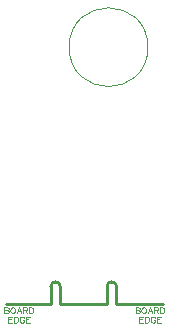
<source format=gbr>
G04 DipTrace 3.0.0.1*
G04 TopAssy.gbr*
%MOIN*%
G04 #@! TF.FileFunction,Drawing,Top*
G04 #@! TF.Part,Single*
%ADD10C,0.01*%
%ADD25C,0.000131*%
%ADD87C,0.003088*%
%FSLAX26Y26*%
G04*
G70*
G90*
G75*
G01*
G04 TopAssy*
%LPD*%
X551755Y390486D2*
D10*
X707286D1*
X738778D2*
X893291D1*
X551755Y447563D2*
Y390486D1*
Y447563D2*
G03X520264Y447563I-15746J13D01*
G01*
Y390486D1*
X371642D2*
X520264D1*
X707286Y447563D2*
Y390486D1*
Y447563D2*
G02X738778Y447563I15746J13D01*
G01*
Y390486D1*
X581365Y1244882D2*
D25*
G02X581365Y1244882I131234J0D01*
G01*
X390752Y346786D2*
D87*
X378327D1*
Y326690D1*
X390752D1*
X378327Y337213D2*
X385976D1*
X396927Y346786D2*
Y326690D1*
X403626D1*
X406500Y327662D1*
X408423Y329564D1*
X409374Y331487D1*
X410325Y334339D1*
Y339136D1*
X409374Y342010D1*
X408423Y343912D1*
X406500Y345835D1*
X403626Y346786D1*
X396927D1*
X430848Y342010D2*
X429898Y343912D1*
X427974Y345835D1*
X426073Y346786D1*
X422248D1*
X420325Y345835D1*
X418424Y343912D1*
X417451Y342010D1*
X416500Y339136D1*
Y334339D1*
X417451Y331487D1*
X418424Y329564D1*
X420325Y327662D1*
X422248Y326690D1*
X426073D1*
X427974Y327662D1*
X429898Y329564D1*
X430848Y331487D1*
Y334339D1*
X426073D1*
X449449Y346786D2*
X437024D1*
Y326690D1*
X449449D1*
X437024Y337213D2*
X444673D1*
X365741Y377892D2*
Y357796D1*
X374363D1*
X377237Y358769D1*
X378188Y359719D1*
X379138Y361621D1*
Y364495D1*
X378188Y366418D1*
X377237Y367369D1*
X374363Y368319D1*
X377237Y369292D1*
X378188Y370243D1*
X379138Y372144D1*
Y374067D1*
X378188Y375969D1*
X377237Y376941D1*
X374363Y377892D1*
X365741D1*
Y368319D2*
X374363D1*
X391062Y377892D2*
X389139Y376941D1*
X387237Y375018D1*
X386265Y373117D1*
X385314Y370243D1*
Y365445D1*
X386265Y362593D1*
X387237Y360670D1*
X389139Y358769D1*
X391062Y357796D1*
X394887D1*
X396788Y358769D1*
X398711Y360670D1*
X399662Y362593D1*
X400613Y365445D1*
Y370243D1*
X399662Y373117D1*
X398711Y375018D1*
X396788Y376941D1*
X394887Y377892D1*
X391062D1*
X422109Y357796D2*
X414438Y377892D1*
X406788Y357796D1*
X409662Y364495D2*
X419235D1*
X428285Y368319D2*
X436885D1*
X439759Y369292D1*
X440731Y370243D1*
X441682Y372144D1*
Y374067D1*
X440731Y375969D1*
X439759Y376941D1*
X436885Y377892D1*
X428285D1*
Y357796D1*
X434983Y368319D2*
X441682Y357796D1*
X447858Y377892D2*
Y357796D1*
X454556D1*
X457430Y358769D1*
X459354Y360670D1*
X460304Y362593D1*
X461255Y365445D1*
Y370243D1*
X460304Y373117D1*
X459354Y375018D1*
X457430Y376941D1*
X454556Y377892D1*
X447858D1*
X827781Y346786D2*
X815356D1*
Y326690D1*
X827781D1*
X815356Y337213D2*
X823005D1*
X833956Y346786D2*
Y326690D1*
X840655D1*
X843529Y327662D1*
X845452Y329564D1*
X846403Y331487D1*
X847354Y334339D1*
Y339136D1*
X846403Y342010D1*
X845452Y343912D1*
X843529Y345835D1*
X840655Y346786D1*
X833956D1*
X867877Y342010D2*
X866927Y343912D1*
X865003Y345835D1*
X863102Y346786D1*
X859277D1*
X857354Y345835D1*
X855453Y343912D1*
X854480Y342010D1*
X853529Y339136D1*
Y334339D1*
X854480Y331487D1*
X855453Y329564D1*
X857354Y327662D1*
X859277Y326690D1*
X863102D1*
X865003Y327662D1*
X866927Y329564D1*
X867877Y331487D1*
Y334339D1*
X863102D1*
X886478Y346786D2*
X874053D1*
Y326690D1*
X886478D1*
X874053Y337213D2*
X881702D1*
X802716Y377892D2*
Y357796D1*
X811339D1*
X814213Y358769D1*
X815163Y359719D1*
X816114Y361621D1*
Y364495D1*
X815163Y366418D1*
X814213Y367369D1*
X811339Y368319D1*
X814213Y369292D1*
X815163Y370243D1*
X816114Y372144D1*
Y374067D1*
X815163Y375969D1*
X814213Y376941D1*
X811339Y377892D1*
X802716D1*
Y368319D2*
X811339D1*
X828038Y377892D2*
X826114Y376941D1*
X824213Y375018D1*
X823240Y373117D1*
X822290Y370243D1*
Y365445D1*
X823240Y362593D1*
X824213Y360670D1*
X826114Y358769D1*
X828038Y357796D1*
X831862D1*
X833763Y358769D1*
X835687Y360670D1*
X836637Y362593D1*
X837588Y365445D1*
Y370243D1*
X836637Y373117D1*
X835687Y375018D1*
X833763Y376941D1*
X831862Y377892D1*
X828038D1*
X859085Y357796D2*
X851413Y377892D1*
X843764Y357796D1*
X846638Y364495D2*
X856211D1*
X865260Y368319D2*
X873860D1*
X876734Y369292D1*
X877707Y370243D1*
X878658Y372144D1*
Y374067D1*
X877707Y375969D1*
X876734Y376941D1*
X873860Y377892D1*
X865260D1*
Y357796D1*
X871959Y368319D2*
X878658Y357796D1*
X884833Y377892D2*
Y357796D1*
X891532D1*
X894406Y358769D1*
X896329Y360670D1*
X897280Y362593D1*
X898231Y365445D1*
Y370243D1*
X897280Y373117D1*
X896329Y375018D1*
X894406Y376941D1*
X891532Y377892D1*
X884833D1*
M02*

</source>
